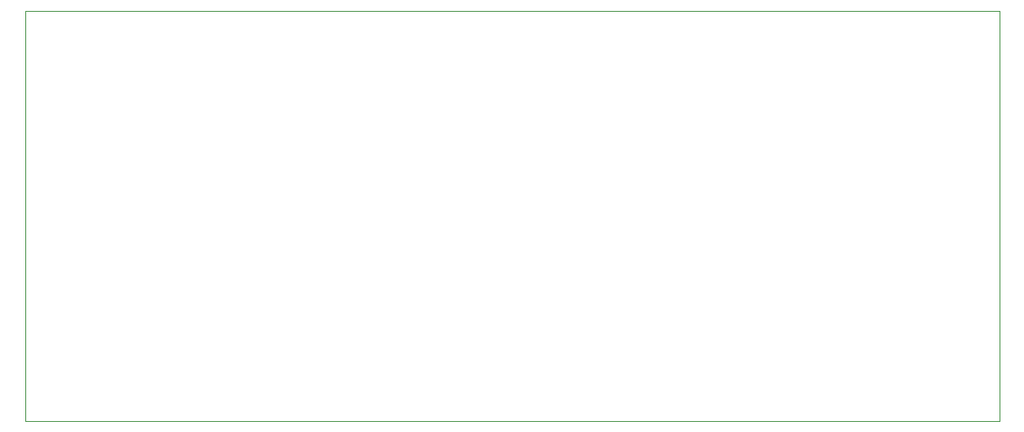
<source format=gm1>
%TF.GenerationSoftware,KiCad,Pcbnew,8.0.6-8.0.6-0~ubuntu24.04.1*%
%TF.CreationDate,2024-11-30T23:26:36+01:00*%
%TF.ProjectId,qlexternal512kram_MIX,716c6578-7465-4726-9e61-6c3531326b72,3*%
%TF.SameCoordinates,Original*%
%TF.FileFunction,Profile,NP*%
%FSLAX46Y46*%
G04 Gerber Fmt 4.6, Leading zero omitted, Abs format (unit mm)*
G04 Created by KiCad (PCBNEW 8.0.6-8.0.6-0~ubuntu24.04.1) date 2024-11-30 23:26:36*
%MOMM*%
%LPD*%
G01*
G04 APERTURE LIST*
%TA.AperFunction,Profile*%
%ADD10C,0.100000*%
%TD*%
G04 APERTURE END LIST*
D10*
X92805000Y-52375000D02*
X190595000Y-52375000D01*
X190595000Y-93665000D01*
X92805000Y-93665000D01*
X92805000Y-52375000D01*
M02*

</source>
